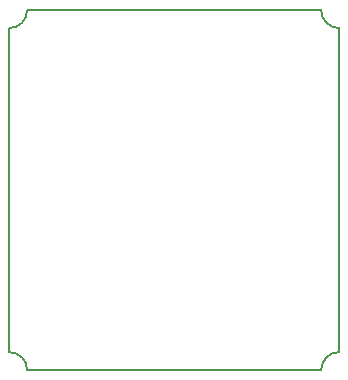
<source format=gbr>
G04 #@! TF.GenerationSoftware,KiCad,Pcbnew,(5.0.0-rc2-dev-352-g017154715)*
G04 #@! TF.CreationDate,2018-10-08T23:49:13-04:00*
G04 #@! TF.ProjectId,Backlight,4261636B6C696768742E6B696361645F,rev?*
G04 #@! TF.SameCoordinates,Original*
G04 #@! TF.FileFunction,Profile,NP*
%FSLAX46Y46*%
G04 Gerber Fmt 4.6, Leading zero omitted, Abs format (unit mm)*
G04 Created by KiCad (PCBNEW (5.0.0-rc2-dev-352-g017154715)) date 10/08/18 23:49:13*
%MOMM*%
%LPD*%
G01*
G04 APERTURE LIST*
%ADD10C,0.150000*%
G04 APERTURE END LIST*
D10*
X77724000Y-76200000D02*
X102616000Y-76200000D01*
X77724000Y-76200000D02*
G75*
G02X76200000Y-77724000I-1524000J0D01*
G01*
X104140000Y-77724000D02*
G75*
G02X102616000Y-76200000I0J1524000D01*
G01*
X102616000Y-106680000D02*
G75*
G02X104140000Y-105156000I1524000J0D01*
G01*
X76200000Y-105156000D02*
G75*
G02X77724000Y-106680000I0J-1524000D01*
G01*
X76200000Y-105156000D02*
X76200000Y-77724000D01*
X102616000Y-106680000D02*
X77724000Y-106680000D01*
X104140000Y-77724000D02*
X104140000Y-105156000D01*
M02*

</source>
